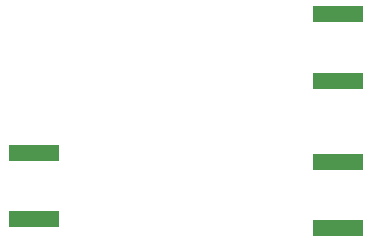
<source format=gbr>
%TF.GenerationSoftware,KiCad,Pcbnew,(6.0.1)*%
%TF.CreationDate,2022-02-11T18:33:40+00:00*%
%TF.ProjectId,Relay_RF_G2RL,52656c61-795f-4524-965f-4732524c2e6b,rev?*%
%TF.SameCoordinates,Original*%
%TF.FileFunction,Paste,Bot*%
%TF.FilePolarity,Positive*%
%FSLAX46Y46*%
G04 Gerber Fmt 4.6, Leading zero omitted, Abs format (unit mm)*
G04 Created by KiCad (PCBNEW (6.0.1)) date 2022-02-11 18:33:40*
%MOMM*%
%LPD*%
G01*
G04 APERTURE LIST*
%ADD10R,4.200000X1.350000*%
G04 APERTURE END LIST*
D10*
%TO.C,J2*%
X102100000Y-139575000D03*
X102100000Y-133925000D03*
%TD*%
%TO.C,J4*%
X127900000Y-134675000D03*
X127900000Y-140325000D03*
%TD*%
%TO.C,J3*%
X127900000Y-127825000D03*
X127900000Y-122175000D03*
%TD*%
M02*

</source>
